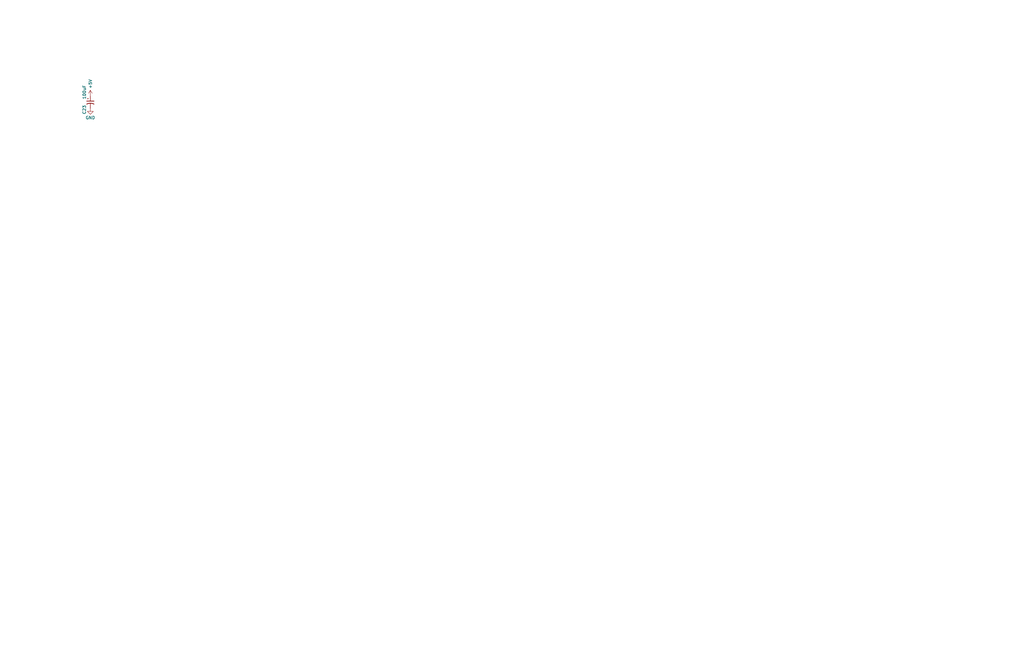
<source format=kicad_sch>
(kicad_sch (version 20230121) (generator eeschema)
  (paper "B")
  (title_block (title "SE-VGA") (date "2023-06-26") (rev "R3") (company "techav"))
  (lib_symbols
    (symbol "Device:C_Polarized_Small_US" (pin_numbers hide) (pin_names (offset 0.254) hide)
      (property "Reference" "C" (at 0.254 1.778 0))
      (property "Value" "C_Polarized_Small_US" (at 0.254 -2.032 0))
      (symbol "C_Polarized_Small_US_0_1"
        (polyline (pts (xy -1.524 0.508) (xy 1.524 0.508)) (stroke (width 0.3048)))
        (polyline (pts (xy -1.27 1.524) (xy -0.762 1.524)))
        (polyline (pts (xy -1.016 1.27) (xy -1.016 1.778)))
        (arc (start 1.524 -0.762) (mid 0 -0.3734) (end -1.524 -0.762) (stroke (width 0.3048)))
      )
      (symbol "C_Polarized_Small_US_1_1"
        (pin passive line (at 0 2.54 270) (length 2.032) (name "~") (number "1"))
        (pin passive line (at 0 -2.54 90) (length 2.032) (name "~") (number "2"))
      )
    )
    (symbol "power:+5V" (power) (pin_names (offset 0))
      (property "Value" "+5V" (at 0 3.556 0))
      (symbol "+5V_0_1"
        (polyline (pts (xy -0.762 1.27) (xy 0 2.54)))
        (polyline (pts (xy 0 0) (xy 0 2.54)))
        (polyline (pts (xy 0 2.54) (xy 0.762 1.27)))
      )
      (symbol "+5V_1_1"
        (pin power_in line (at 0 0 90) (length 0) hide (name "+5V") (number "1"))
      )
    )
    (symbol "power:GND" (power) (pin_names (offset 0))
      (property "Value" "GND" (at 0 -3.81 0))
      (symbol "GND_0_1"
        (polyline (pts (xy 0 0) (xy 0 -1.27) (xy 1.27 -1.27) (xy 0 -2.54) (xy -1.27 -1.27) (xy 0 -1.27)))
      )
      (symbol "GND_1_1"
        (pin power_in line (at 0 0 270) (length 0) hide (name "GND") (number "1"))
      )
    )
  )
  (symbol (lib_id "Device:C_Polarized_Small_US") (at 38.1 43.18 0) (unit 1)
    (property "Reference" "C23" (at 35.56 48.26 90) (effects (justify left)))
    (property "Value" "100uF" (at 35.56 41.91 90) (effects (justify left)))
    (instances (project "SE-VGA" (path "" (reference "C23") (unit 1)) (path "" (reference "C24") (unit 1))))
  )
  (symbol (lib_id "power:GND") (at 38.1 45.72 0) (unit 1)
    (property "Reference" "#PWR0102" (effects hide))
    (property "Value" "GND" (at 38.1 49.665 0))
    (instances (project "SE-VGA" (path "" (reference "#PWR0102") (unit 1)) (path "" (reference "#PWR0116") (unit 1)) (path "" (reference "#PWR0118") (unit 1))))
  )
  (symbol (lib_id "power:+5V") (at 38.1 40.64 0) (unit 1)
    (property "Reference" "#PWR0103" (effects hide))
    (property "Value" "+5V" (at 38.1 37.465 90) (effects (justify left)))
    (instances (project "SE-VGA" (path "" (reference "#PWR0103") (unit 1)) (path "" (reference "#PWR0115") (unit 1)) (path "" (reference "#PWR0117") (unit 1))))
  )
)
</source>
